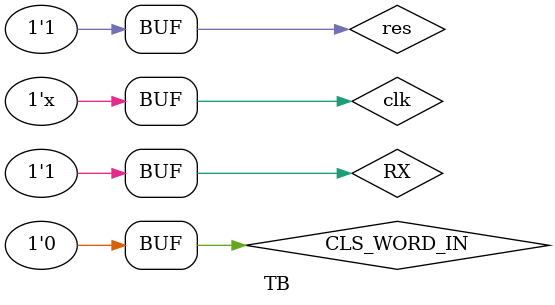
<source format=sv>

`timescale 10ns/1ns

module TB();
	reg CLS_WORD_IN;
	reg res; 
	reg RX;
	reg clk; 
	reg CLK_50;
	reg CLC_10;
	reg TX;
	reg PIN_LED;
	
  initial
  begin
    #0
		RX	 = 1;
		clk  = 1'b0;
		res  = 1'b0;
		CLS_WORD_IN = 1'b0;
    #1000
		res = 1'b1;
	#104167//HOLD
		RX = 1'b1;
	#104167//START
		RX = 1'b0;
	#104167//1
		RX = 1'b1;
	#104167//2
		RX = 1'b0;
	#104167//3
		RX = 1'b1;
	#104167//4
		RX = 1'b0;
    #104167//5
		RX = 1'b1;
	#104167//6
		RX = 1'b0;
	#104167//7
		RX = 1'b1;
	#104167//8
		RX = 1'b0;
	#104167//STOP
		RX = 1'b1;
		
	#200000//STOP
		CLS_WORD_IN = 1'b1;
	#250000//STOP
		CLS_WORD_IN = 1'b0;
		
	
	
	#10000//START
		RX = 1'b0;
	#100//1
		RX = 1'b1;
	#100//2
		RX = 1'b1;
	#100//3
		RX = 1'b1;
	#100//4
		RX = 1'b1;
    #100//5
		RX = 1'b1;
	#100//6
		RX = 1'b1;
	#100//7
		RX = 1'b1;
	#100//8
		RX = 1'b1;
	#100//STOP
		RX = 1'b1;
		

	#10000//START
		RX = 1'b0;
	#100//1
		RX = 1'b0;
	#100//2
		RX = 1'b0;
	#100//3
		RX = 1'b0;
	#100//4
		RX = 1'b0;
    #100//5
		RX = 1'b0;
	#100//6
		RX = 1'b0;
	#100//7
		RX = 1'b0;
	#100//8
		RX = 1'b0;
	#100//STOP
		RX = 1'b1;	
  end
  
      always #10 clk = ~clk;

all_uart all_uart_ex
( 
	.res(res),
	.RX(RX),
	.clk(clk),
	.CLS_WORD_IN(CLS_WORD_IN),
	.TX(TX),
	.CLK_50(CLK_50),
	.CLC_10(CLC_10),
	.PIN_LED(PIN_LED)
);

endmodule
</source>
